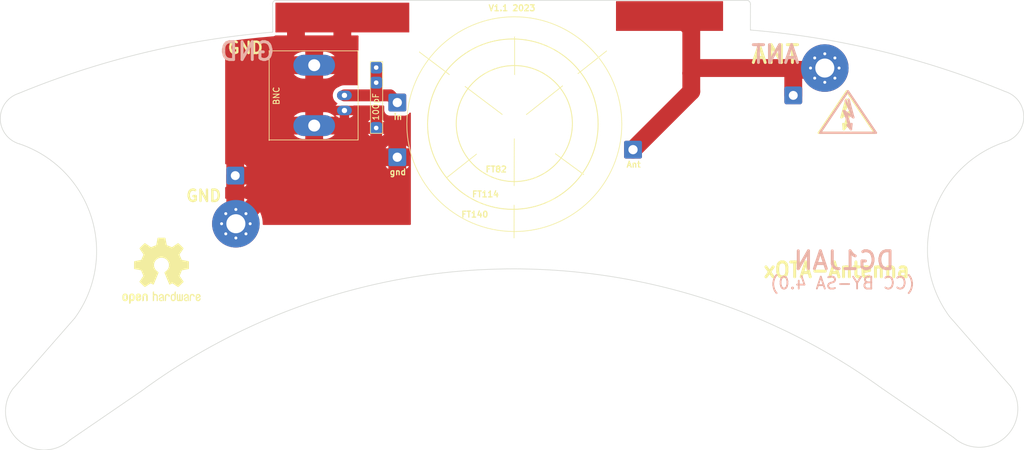
<source format=kicad_pcb>
(kicad_pcb (version 20211014) (generator pcbnew)
  (layers (0 "F.Cu" signal) (31 "B.Cu" signal) (34 "B.Paste" user) (35 "F.Paste" user) (36 "B.SilkS" user "B.Silkscreen") (37 "F.SilkS" user "F.Silkscreen") (38 "B.Mask" user) (39 "F.Mask" user) (44 "Edge.Cuts" user))
  (net 0 "")
  (net 1 "gnd")
  (footprint "MountingHole:MountingHole_2.7mm" (layer "F.Cu") (at 50.03799 61.567782)
    (fp_text reference "REF**" hide)
    (fp_text value "MountingHole_2.7mm" hide)
    (pad "" np_thru_hole circle (at 0 0) (size 2.7 2.7) (drill 2.7) (layers *.Cu *.Mask))
  )
  (footprint "" (layer "F.Cu") (at 156.13799 45.967782)
    (fp_text reference "" (at 0 0) (layer "F.SilkS") (effects (font (size 1.27 1.27))))
    (fp_text value "" (at 0 0) (layer "F.SilkS") (effects (font (size 1.27 1.27))))
    (pad "1" thru_hole roundrect (at 0 0 90) (size 3 3) (drill 1.5) (layers *.Cu *.Mask) (roundrect_rratio 0.125))
  )
  (footprint "Symbol:Symbol_HighVoltage_Type2_CopperTop_VerySmall" (layer "F.Cu") (at 165.13799 49.467782)
    (fp_text reference "REF**" hide)
    (fp_text value "Symbol_HighVoltage_Type2_CopperTop_VerySmall" hide)
    (fp_line (start -0.89916 0.20066) (end 0.40132 -2.60096) (layer "F.SilkS") (width 0.381))
    (fp_line (start -0.89916 0.20066) (end 0.29972 -0.59944) (layer "F.SilkS") (width 0.381))
    (fp_line (start -4.699 2.794) (end 0 -4.191) (layer "F.SilkS") (width 0.381))
    (fp_line (start -0.49784 2.19964) (end 0.70104 -0.89916) (layer "F.SilkS") (width 0.381))
    (fp_line (start -0.49784 2.19964) (end -0.59944 1.30048) (layer "F.SilkS") (width 0.381))
    (fp_line (start 4.699 2.794) (end -4.699 2.794) (layer "F.SilkS") (width 0.381))
    (fp_line (start -0.09906 -2.79908) (end -0.89916 0.20066) (layer "F.SilkS") (width 0.381))
    (fp_line (start 0.70104 -0.89916) (end 0.1016 -0.50038) (layer "F.SilkS") (width 0.381))
    (fp_line (start 0.29972 -0.59944) (end -0.49784 2.19964) (layer "F.SilkS") (width 0.381))
    (fp_line (start 0 -4.191) (end 4.699 2.794) (layer "F.SilkS") (width 0.381))
    (fp_line (start -0.49784 2.19964) (end 0.1016 1.50114) (layer "F.SilkS") (width 0.381))
  )
  (footprint "MountingHole:MountingHole_3.2mm_M3_Pad_Via" (layer "F.Cu") (at 62.43799 67.567782)
    (fp_text reference "REF**" hide)
    (fp_text value "MountingHole_3.2mm_M3_Pad_Via" hide)
    (pad "1" thru_hole circle (at 0 -2.4) (size 0.8 0.8) (drill 0.5) (layers *.Cu *.Mask))
    (pad "1" thru_hole circle (at -1.697056 -1.697056) (size 0.8 0.8) (drill 0.5) (layers *.Cu *.Mask))
    (pad "1" thru_hole circle (at -1.697056 1.697056) (size 0.8 0.8) (drill 0.5) (layers *.Cu *.Mask))
    (pad "1" thru_hole circle (at -2.4 0) (size 0.8 0.8) (drill 0.5) (layers *.Cu *.Mask))
    (pad "1" thru_hole circle (at 0 0) (size 8 8) (drill 3.2) (layers *.Cu *.Mask) (net 1 "gnd"))
    (pad "1" thru_hole circle (at 1.697056 1.697056) (size 0.8 0.8) (drill 0.5) (layers *.Cu *.Mask))
    (pad "1" thru_hole circle (at 0 2.4) (size 0.8 0.8) (drill 0.5) (layers *.Cu *.Mask))
    (pad "1" thru_hole circle (at 2.4 0) (size 0.8 0.8) (drill 0.5) (layers *.Cu *.Mask))
    (pad "1" thru_hole circle (at 1.697056 -1.697056) (size 0.8 0.8) (drill 0.5) (layers *.Cu *.Mask))
  )
  (footprint "MountingHole:MountingHole_4.5mm" (layer "F.Cu") (at 37.83799 92.567782)
    (fp_text reference "H5" hide)
    (fp_text value "MountingHole" hide)
    (pad "" np_thru_hole circle (at 0 0) (size 6 6) (drill 6) (layers F&B.Cu *.Mask))
  )
  (footprint "MountingHole:MountingHole_3.2mm_M3_Pad_Via" (layer "F.Cu") (at 161.43799 41.367782)
    (fp_text reference "REF**" hide)
    (fp_text value "MountingHole_3.2mm_M3_Pad_Via" hide)
    (pad "1" thru_hole circle (at -2.4 0) (size 0.8 0.8) (drill 0.5) (layers *.Cu *.Mask))
    (pad "1" thru_hole circle (at 1.697056 -1.697056) (size 0.8 0.8) (drill 0.5) (layers *.Cu *.Mask))
    (pad "1" thru_hole circle (at -1.697056 1.697056) (size 0.8 0.8) (drill 0.5) (layers *.Cu *.Mask))
    (pad "1" thru_hole circle (at 2.4 0) (size 0.8 0.8) (drill 0.5) (layers *.Cu *.Mask))
    (pad "1" thru_hole circle (at 1.697056 1.697056) (size 0.8 0.8) (drill 0.5) (layers *.Cu *.Mask))
    (pad "1" thru_hole circle (at 0 -2.4) (size 0.8 0.8) (drill 0.5) (layers *.Cu *.Mask))
    (pad "1" thru_hole circle (at -1.697056 -1.697056) (size 0.8 0.8) (drill 0.5) (layers *.Cu *.Mask))
    (pad "1" thru_hole circle (at 0 0) (size 8 8) (drill 3.2) (layers *.Cu *.Mask))
    (pad "1" thru_hole circle (at 0 2.4) (size 0.8 0.8) (drill 0.5) (layers *.Cu *.Mask))
  )
  (footprint "MountingHole:MountingHole_4.5mm" (layer "F.Cu") (at 30.43799 98.867782)
    (fp_text reference "H5" hide)
    (fp_text value "MountingHole" hide)
    (pad "" np_thru_hole circle (at 0 0) (size 6 6) (drill 6) (layers F&B.Cu *.Mask))
  )
  (footprint "MountingHole:MountingHole_2.7mm" (layer "F.Cu") (at 176.13799 64.567782)
    (fp_text reference "REF**" hide)
    (fp_text value "MountingHole_2.7mm" hide)
    (pad "" np_thru_hole circle (at 0 0) (size 2.7 2.7) (drill 2.7) (layers *.Cu *.Mask))
  )
  (footprint "MountingHole:MountingHole_4.5mm" (layer "F.Cu") (at 179.73799 92.167782)
    (fp_text reference "H5" hide)
    (fp_text value "MountingHole" hide)
    (pad "" np_thru_hole circle (at 0 0) (size 6 6) (drill 6) (layers F&B.Cu *.Mask))
  )
  (footprint "" (layer "F.Cu") (at 129.2 55.1)
    (fp_text reference "" (at 0 0) (layer "F.SilkS") (effects (font (size 1.27 1.27))))
    (fp_text value "" (at 0 0) (layer "F.SilkS") (effects (font (size 1.27 1.27))))
    (pad "5" thru_hole roundrect (at 0 0) (size 3 3) (drill 1.55) (layers *.Cu *.Mask) (roundrect_rratio 0.09803882353))
  )
  (footprint "" (layer "F.Cu") (at 109.234 44.126)
    (fp_text reference "" (at 0 0) (layer "F.SilkS") (effects (font (size 1.27 1.27))))
    (fp_text value "" (at 0 0) (layer "F.SilkS") (effects (font (size 1.27 1.27))))
    (pad "" np_thru_hole circle (at 0 0) (size 3.2 3.2) (drill 3.2) (layers *.Cu *.Mask))
  )
  (footprint "" (layer "F.Cu") (at 126 37.4)
    (fp_text reference "" (at 0 0) (layer "F.SilkS") (effects (font (size 1.27 1.27))))
    (fp_text value "" (at 0 0) (layer "F.SilkS") (effects (font (size 1.27 1.27))))
    (pad "" np_thru_hole circle (at 0 0) (size 3.2 3.2) (drill 3.2) (layers *.Cu *.Mask))
  )
  (footprint "" (layer "F.Cu") (at 109.2 62.8)
    (fp_text reference "" (at 0 0) (layer "F.SilkS") (effects (font (size 1.27 1.27))))
    (fp_text value "" (at 0 0) (layer "F.SilkS") (effects (font (size 1.27 1.27))))
    (pad "" np_thru_hole circle (at 0 0) (size 3.2 3.2) (drill 3.2) (layers *.Cu *.Mask))
  )
  (footprint "" (layer "F.Cu") (at 96.534 60.89)
    (fp_text reference "" (at 0 0) (layer "F.SilkS") (effects (font (size 1.27 1.27))))
    (fp_text value "" (at 0 0) (layer "F.SilkS") (effects (font (size 1.27 1.27))))
    (pad "" np_thru_hole circle (at 0 0) (size 3.2 3.2) (drill 3.2) (layers *.Cu *.Mask))
  )
  (footprint "MountingHole:MountingHole_4.5mm" (layer "F.Cu") (at 47.63799 43.567782)
    (fp_text reference "H5" hide)
    (fp_text value "MountingHole" hide)
    (pad "" np_thru_hole circle (at 0 0) (size 6 6) (drill 6) (layers F&B.Cu *.Mask))
  )
  (footprint "MountingHole:MountingHole_4.5mm" (layer "F.Cu") (at 189.03799 49.467782)
    (fp_text reference "H5" hide)
    (fp_text value "MountingHole" hide)
    (pad "" np_thru_hole circle (at 0 0) (size 6 6) (drill 6) (layers F&B.Cu *.Mask))
  )
  (footprint "MountingHole:MountingHole_2.7mm" (layer "F.Cu") (at 167.23799 61.567782)
    (fp_text reference "REF**" hide)
    (fp_text value "MountingHole_2.7mm" hide)
    (pad "" np_thru_hole circle (at 0 0) (size 2.7 2.7) (drill 2.7) (layers *.Cu *.Mask))
  )
  (footprint "" (layer "F.Cu") (at 80.33799 32.867782)
    (fp_text reference "" (at 0 0) (layer "F.SilkS") (effects (font (size 1.27 1.27))))
    (fp_text value "" (at 0 0) (layer "F.SilkS") (effects (font (size 1.27 1.27))))
    (pad "1" smd rect (at 0 0 180) (size 22.5 5) (layers "F.Cu" "F.Mask") (net 1 "gnd"))
  )
  (footprint "MountingHole:MountingHole_4.5mm" (layer "F.Cu") (at 29.13799 49.767782)
    (fp_text reference "H5" hide)
    (fp_text value "MountingHole" hide)
    (pad "" np_thru_hole circle (at 0 0) (size 6 6) (drill 6) (layers F&B.Cu *.Mask))
  )
  (footprint "MountingHole:MountingHole_4.5mm" (layer "F.Cu") (at 187.23799 98.567782)
    (fp_text reference "H5" hide)
    (fp_text value "MountingHole" hide)
    (pad "" np_thru_hole circle (at 0 0) (size 6 6) (drill 6) (layers F&B.Cu *.Mask))
  )
  (footprint "" (layer "F.Cu") (at 122.3 60.2)
    (fp_text reference "" (at 0 0) (layer "F.SilkS") (effects (font (size 1.27 1.27))))
    (fp_text value "" (at 0 0) (layer "F.SilkS") (effects (font (size 1.27 1.27))))
    (pad "" np_thru_hole circle (at 0 0) (size 3.2 3.2) (drill 3.2) (layers *.Cu *.Mask))
  )
  (footprint "" (layer "F.Cu") (at 104.154 54.794)
    (fp_text reference "" (at 0 0) (layer "F.SilkS") (effects (font (size 1.27 1.27))))
    (fp_text value "" (at 0 0) (layer "F.SilkS") (effects (font (size 1.27 1.27))))
    (pad "" np_thru_hole circle (at 0 0) (size 3.2 3.2) (drill 3.2) (layers *.Cu *.Mask))
  )
  (footprint "MountingHole:MountingHole_4.5mm" (layer "F.Cu") (at 56.93799 41.567782)
    (fp_text reference "H5" hide)
    (fp_text value "MountingHole" hide)
    (pad "" np_thru_hole circle (at 0 0) (size 6 6) (drill 6) (layers F&B.Cu *.Mask))
  )
  (footprint "" (layer "F.Cu") (at 109.2 71.6)
    (fp_text reference "" (at 0 0) (layer "F.SilkS") (effects (font (size 1.27 1.27))))
    (fp_text value "" (at 0 0) (layer "F.SilkS") (effects (font (size 1.27 1.27))))
    (pad "" np_thru_hole circle (at 0 0) (size 3.2 3.2) (drill 3.2) (layers *.Cu *.Mask))
  )
  (footprint "MountingHole:MountingHole_2.7mm" (layer "F.Cu") (at 41.23799 64.467782)
    (fp_text reference "REF**" hide)
    (fp_text value "MountingHole_2.7mm" hide)
    (pad "" np_thru_hole circle (at 0 0) (size 2.7 2.7) (drill 2.7) (layers *.Cu *.Mask))
  )
  (footprint "" (layer "F.Cu") (at 109.234 34.474)
    (fp_text reference "" (at 0 0) (layer "F.SilkS") (effects (font (size 1.27 1.27))))
    (fp_text value "" (at 0 0) (layer "F.SilkS") (effects (font (size 1.27 1.27))))
    (pad "" np_thru_hole circle (at 0 0) (size 3.2 3.2) (drill 3.2) (layers *.Cu *.Mask))
  )
  (footprint "" (layer "F.Cu") (at 62.33799 59.467782)
    (fp_text reference "" (at 0 0) (layer "F.SilkS") (effects (font (size 1.27 1.27))))
    (fp_text value "" (at 0 0) (layer "F.SilkS") (effects (font (size 1.27 1.27))))
    (pad "1" thru_hole roundrect (at 0 0 90) (size 3 3) (drill 1.5) (layers *.Cu *.Mask) (roundrect_rratio 0.125) (net 1 "gnd"))
  )
  (footprint "" (layer "F.Cu") (at 99.7 43.4)
    (fp_text reference "" (at 0 0) (layer "F.SilkS") (effects (font (size 1.27 1.27))))
    (fp_text value "" (at 0 0) (layer "F.SilkS") (effects (font (size 1.27 1.27))))
    (pad "" np_thru_hole circle (at 0 0) (size 3.2 3.2) (drill 3.2) (layers *.Cu *.Mask))
  )
  (footprint "" (layer "F.Cu") (at 109.234 50.73)
    (fp_text reference "" (at 0 0) (layer "F.SilkS") (effects (font (size 1.27 1.27))))
    (fp_text value "" (at 0 0) (layer "F.SilkS") (effects (font (size 1.27 1.27))))
    (pad "" np_thru_hole circle (at 0 0) (size 5 5) (drill 5) (layers F&B.Cu *.Mask))
  )
  (footprint "" (layer "F.Cu") (at 92 37.6)
    (fp_text reference "" (at 0 0) (layer "F.SilkS") (effects (font (size 1.27 1.27))))
    (fp_text value "" (at 0 0) (layer "F.SilkS") (effects (font (size 1.27 1.27))))
    (pad "" np_thru_hole circle (at 0 0) (size 3.2 3.2) (drill 3.2) (layers *.Cu *.Mask))
  )
  (footprint "Connector_Coaxial:BNC_Amphenol_B6252HB-NPP3G-50_Horizontal" (layer "F.Cu") (at 80.68799 45.967782 90)
    (fp_text reference "REF**" hide)
    (fp_text value "BNC_Amphenol_B6252HB-NPP3G-50_Horizontal" hide)
    (fp_line (start -7.5 2.3) (end -7.5 -12.7) (layer "F.SilkS") (width 0.12))
    (fp_line (start 7.5 -12.7) (end 7.5 2.3) (layer "F.SilkS") (width 0.12))
    (fp_line (start 7.5 2.3) (end -7.5 2.3) (layer "F.SilkS") (width 0.12))
    (pad "1" thru_hole oval (at 0 0 90) (size 1.6 2.5) (drill 0.89) (layers *.Cu *.Mask))
    (pad "2" thru_hole oval (at -2.54 0 90) (size 1.6 2.5) (drill 0.89) (layers *.Cu *.Mask) (net 1 "gnd"))
    (pad "2" thru_hole oval (at -5.08 -5.08 90) (size 3.5 7) (drill 2.01) (layers *.Cu *.Mask) (net 1 "gnd"))
    (pad "2" thru_hole oval (at 5.08 -5.08 90) (size 3.5 7) (drill 2.01) (layers *.Cu *.Mask) (net 1 "gnd"))
  )
  (footprint "UniBalunLibrary:THT_cap" (layer "F.Cu") (at 86.0265 46.368 -90)
    (fp_text reference "100pF" (at 1.524 0.0508 -270 unlocked) (layer "F.SilkS"))
    (fp_text value "100pF" hide)
    (fp_rect (start -6.096 -1.0922) (end 5.9944 0.9652) (layer "F.SilkS") (width 0.12) (fill none))
    (pad "1" thru_hole roundrect (at -2.54 0 270) (size 2 2) (drill 0.762) (layers *.Cu *.Mask))
    (pad "1" thru_hole roundrect (at -5.08 0 270) (size 2 2) (drill 0.762) (layers *.Cu *.Mask))
    (pad "2" thru_hole roundrect (at 5.08 0 270) (size 2 2) (drill 0.762) (layers *.Cu *.Mask) (net 1 "gnd"))
  )
  (footprint "MountingHole:MountingHole_4.5mm" (layer "F.Cu") (at 170.53799 43.367782)
    (fp_text reference "H5" hide)
    (fp_text value "MountingHole" hide)
    (pad "" np_thru_hole circle (at 0 0) (size 6 6) (drill 6) (layers F&B.Cu *.Mask))
  )
  (footprint "MountingHole:MountingHole_4.5mm" (layer "F.Cu") (at 38.33799 46.267782)
    (fp_text reference "H5" hide)
    (fp_text value "MountingHole" hide)
    (pad "" np_thru_hole circle (at 0 0) (size 6 6) (drill 6) (layers F&B.Cu *.Mask))
  )
  (footprint "Symbol:OSHW-Logo2_14.6x12mm_SilkScreen" (layer "F.Cu") (at 49.93799 75.467782)
    (fp_text reference "REF**" hide)
    (fp_text value "OSHW-Logo2_14.6x12mm_SilkScreen" hide)
    (fp_poly (pts (xy -2.582571 3.877719) (xy -2.488877 3.931914) (xy -2.423736 3.985707) (xy -2.376093 4.042066) (xy -2.343272 4.110987) (xy -2.322594 4.202468) (xy -2.31138 4.326506) (xy -2.306951 4.493098) (xy -2.306437 4.612851) (xy -2.306437 5.053659) (xy -2.430517 5.109283) (xy -2.554598 5.164907) (xy -2.569195 4.682095) (xy -2.575227 4.501779) (xy -2.581555 4.370901) (xy -2.589394 4.280511) (xy -2.599963 4.221664) (xy -2.614477 4.185413) (xy -2.634152 4.16281) (xy -2.640465 4.157917) (xy -2.736112 4.119706) (xy -2.832793 4.134827) (xy -2.890345 4.174943) (xy -2.913755 4.20337) (xy -2.929961 4.240672) (xy -2.940259 4.297223) (xy -2.945951 4.383394) (xy -2.948336 4.509558) (xy -2.948736 4.641042) (xy -2.948814 4.805999) (xy -2.951639 4.922761) (xy -2.961093 5.00151) (xy -2.98106 5.052431) (xy -3.015424 5.085706) (xy -3.068068 5.11152) (xy -3.138383 5.138344) (xy -3.21518 5.167542) (xy -3.206038 4.649346) (xy -3.202357 4.462539) (xy -3.19805 4.32449) (xy -3.191877 4.225568) (xy -3.182598 4.156145) (xy -3.168973 4.10659) (xy -3.149761 4.067273) (xy -3.126598 4.032584) (xy -3.014848 3.92177) (xy -2.878487 3.857689) (xy -2.730175 3.842339) (xy -2.582571 3.877719)) (layer "F.SilkS") (width 0.01) (fill solid))
    (fp_poly (pts (xy -1.255402 3.723857) (xy -1.246846 3.843188) (xy -1.237019 3.913506) (xy -1.223401 3.944179) (xy -1.203473 3.944571) (xy -1.197011 3.94091) (xy -1.11106 3.914398) (xy -0.999255 3.915946) (xy -0.885586 3.943199) (xy -0.81449 3.978455) (xy -0.741595 4.034778) (xy -0.688307 4.098519) (xy -0.651725 4.17951) (xy -0.62895 4.287586) (xy -0.617081 4.43258) (xy -0.613218 4.624326) (xy -0.613149 4.661109) (xy -0.613103 5.074288) (xy -0.705046 5.106339) (xy -0.770348 5.128144) (xy -0.806176 5.138297) (xy -0.80723 5.138391) (xy -0.810758 5.11086) (xy -0.813761 5.034923) (xy -0.81601 4.920565) (xy -0.817276 4.777769) (xy -0.817471 4.690951) (xy -0.817877 4.519773) (xy -0.819968 4.397088) (xy -0.825053 4.313) (xy -0.83444 4.257614) (xy -0.849439 4.221032) (xy -0.871358 4.193359) (xy -0.885043 4.180032) (xy -0.979051 4.126328) (xy -1.081636 4.122307) (xy -1.17471 4.167725) (xy -1.191922 4.184123) (xy -1.217168 4.214957) (xy -1.23468 4.251531) (xy -1.245858 4.304415) (xy -1.252104 4.384177) (xy -1.254818 4.501385) (xy -1.255402 4.662991) (xy -1.255402 5.074288) (xy -1.347345 5.106339) (xy -1.412647 5.128144) (xy -1.448475 5.138297) (xy -1.449529 5.138391) (xy -1.452225 5.110448) (xy -1.454655 5.03163) (xy -1.456722 4.909453) (xy -1.458329 4.751432) (xy -1.459377 4.565083) (xy -1.459769 4.35792) (xy -1.45977 4.348706) (xy -1.45977 3.55902) (xy -1.364885 3.518997) (xy -1.27 3.478973) (xy -1.255402 3.723857)) (layer "F.SilkS") (width 0.01) (fill solid))
    (fp_poly (pts (xy 4.314406 3.935156) (xy 4.398469 3.973393) (xy 4.46445 4.019726) (xy 4.512794 4.071532) (xy 4.546172 4.138363) (xy 4.567253 4.229769) (xy 4.578707 4.355301) (xy 4.583203 4.524508) (xy 4.583678 4.635933) (xy 4.583678 5.070627) (xy 4.509316 5.104509) (xy 4.450746 5.129272) (xy 4.42173 5.138391) (xy 4.416179 5.111257) (xy 4.411775 5.038094) (xy 4.409078 4.931263) (xy 4.408506 4.846437) (xy 4.406046 4.723887) (xy 4.399412 4.626668) (xy 4.389726 4.567134) (xy 4.382032 4.554483) (xy 4.330311 4.567402) (xy 4.249117 4.600539) (xy 4.155102 4.645461) (xy 4.064917 4.693735) (xy 3.995215 4.736928) (xy 3.962648 4.766608) (xy 3.962519 4.766929) (xy 3.96532 4.821857) (xy 3.990439 4.874292) (xy 4.034541 4.916881) (xy 4.098909 4.931126) (xy 4.153921 4.929466) (xy 4.231835 4.928245) (xy 4.272732 4.946498) (xy 4.297295 4.994726) (xy 4.300392 5.00382) (xy 4.31104 5.072598) (xy 4.282565 5.11436) (xy 4.208344 5.134263) (xy 4.128168 5.137944) (xy 3.98389 5.110658) (xy 3.909203 5.07169) (xy 3.816963 4.980148) (xy 3.768043 4.867782) (xy 3.763654 4.749051) (xy 3.805001 4.638411) (xy 3.867197 4.56908) (xy 3.929294 4.530265) (xy 4.026895 4.481125) (xy 4.140632 4.431292) (xy 4.15959 4.423677) (xy 4.284521 4.368545) (xy 4.356539 4.319954) (xy 4.3797 4.271647) (xy 4.358064 4.21737) (xy 4.32092 4.174943) (xy 4.233127 4.122702) (xy 4.13653 4.118784) (xy 4.047944 4.159041) (xy 3.984186 4.239326) (xy 3.975817 4.26004) (xy 3.927096 4.336225) (xy 3.855965 4.392785) (xy 3.766207 4.439201) (xy 3.766207 4.307584) (xy 3.77149 4.227168) (xy 3.794142 4.163786) (xy 3.844367 4.096163) (xy 3.892582 4.044076) (xy 3.967554 3.970322) (xy 4.025806 3.930702) (xy 4.088372 3.91481) (xy 4.159193 3.912184) (xy 4.314406 3.935156)) (layer "F.SilkS") (width 0.01) (fill solid))
    (fp_poly (pts (xy 5.33569 3.940018) (xy 5.370585 3.955269) (xy 5.453877 4.021235) (xy 5.525103 4.116618) (xy 5.569153 4.218406) (xy 5.576322 4.268587) (xy 5.552285 4.338647) (xy 5.499561 4.375717) (xy 5.443031 4.398164) (xy 5.417146 4.4023) (xy 5.404542 4.372283) (xy 5.379654 4.306961) (xy 5.368735 4.277445) (xy 5.307508 4.175348) (xy 5.218861 4.124423) (xy 5.105193 4.125989) (xy 5.096774 4.127994) (xy 5.036088 4.156767) (xy 4.991474 4.212859) (xy 4.961002 4.303163) (xy 4.942744 4.434571) (xy 4.934771 4.613974) (xy 4.934023 4.709433) (xy 4.933652 4.859913) (xy 4.931223 4.962495) (xy 4.92476 5.027672) (xy 4.912288 5.065938) (xy 4.891833 5.087785) (xy 4.861419 5.103707) (xy 4.859661 5.104509) (xy 4.801091 5.129272) (xy 4.772075 5.138391) (xy 4.767616 5.110822) (xy 4.763799 5.03462) (xy 4.760899 4.919541) (xy 4.759191 4.775341) (xy 4.758851 4.669814) (xy 4.760588 4.465613) (xy 4.767382 4.310697) (xy 4.781607 4.196024) (xy 4.805638 4.112551) (xy 4.841848 4.051236) (xy 4.892612 4.003034) (xy 4.942739 3.969393) (xy 5.063275 3.924619) (xy 5.203557 3.914521) (xy 5.33569 3.940018)) (layer "F.SilkS") (width 0.01) (fill solid))
    (fp_poly (pts (xy 2.393914 4.154455) (xy 2.393543 4.372661) (xy 2.392108 4.540519) (xy 2.389002 4.66607) (xy 2.383622 4.757355) (xy 2.375362 4.822415) (xy 2.363616 4.869291) (xy 2.347781 4.906024) (xy 2.33579 4.926991) (xy 2.23649 5.040694) (xy 2.110588 5.111965) (xy 1.971291 5.137538) (xy 1.831805 5.11415) (xy 1.748743 5.072119) (xy 1.661545 4.999411) (xy 1.602117 4.910612) (xy 1.566261 4.79432) (xy 1.549781 4.639135) (xy 1.547447 4.525287) (xy 1.547761 4.517106) (xy 1.751724 4.517106) (xy 1.75297 4.647657) (xy 1.758678 4.73408) (xy 1.771804 4.790618) (xy 1.795306 4.831514) (xy 1.823386 4.862362) (xy 1.917688 4.921905) (xy 2.01894 4.926992) (xy 2.114636 4.877279) (xy 2.122084 4.870543) (xy 2.153874 4.835502) (xy 2.173808 4.793811) (xy 2.1846 4.731762) (xy 2.188965 4.635644) (xy 2.189655 4.529379) (xy 2.188159 4.39588) (xy 2.181964 4.306822) (xy 2.168514 4.248293) (xy 2.145251 4.206382) (xy 2.126175 4.184123) (xy 2.037563 4.127985) (xy 1.935508 4.121235) (xy 1.838095 4.164114) (xy 1.819296 4.180032) (xy 1.787293 4.215382) (xy 1.767318 4.257502) (xy 1.756593 4.320251) (xy 1.752339 4.417487) (xy 1.751724 4.517106) (xy 1.547761 4.517106) (xy 1.554504 4.341947) (xy 1.578472 4.204195) (xy 1.623548 4.100632) (xy 1.693928 4.019856) (xy 1.748743 3.978455) (xy 1.848376 3.933728) (xy 1.963855 3.912967) (xy 2.071199 3.918525) (xy 2.131264 3.940943) (xy 2.154835 3.947323) (xy 2.170477 3.923535) (xy 2.181395 3.859788) (xy 2.189655 3.762687) (xy 2.198699 3.654541) (xy 2.211261 3.589475) (xy 2.234119 3.552268) (xy 2.274051 3.527699) (xy 2.299138 3.516819) (xy 2.394023 3.477072) (xy 2.393914 4.154455)) (layer "F.SilkS") (width 0.01) (fill solid))
    (fp_poly (pts (xy 6.343439 3.95654) (xy 6.45895 4.032034) (xy 6.514664 4.099617) (xy 6.558804 4.222255) (xy 6.562309 4.319298) (xy 6.554368 4.449056) (xy 6.255115 4.580039) (xy 6.109611 4.646958) (xy 6.014537 4.70079) (xy 5.965101 4.747416) (xy 5.956511 4.79272) (xy 5.983972 4.842582) (xy 6.014253 4.875632) (xy 6.102363 4.928633) (xy 6.198196 4.932347) (xy 6.286212 4.891041) (xy 6.350869 4.808983) (xy 6.362433 4.780008) (xy 6.417825 4.689509) (xy 6.481553 4.65094) (xy 6.568966 4.617946) (xy 6.568966 4.743034) (xy 6.561238 4.828156) (xy 6.530966 4.899938) (xy 6.467518 4.982356) (xy 6.458088 4.993066) (xy 6.387513 5.066391) (xy 6.326847 5.105742) (xy 6.25095 5.123845) (xy 6.18803 5.129774) (xy 6.075487 5.131251) (xy 5.99537 5.112535) (xy 5.94539 5.084747) (xy 5.866838 5.023641) (xy 5.812463 4.957554) (xy 5.778052 4.874441) (xy 5.759388 4.762254) (xy 5.752256 4.608946) (xy 5.751687 4.531136) (xy 5.753622 4.437853) (xy 5.929899 4.437853) (xy 5.931944 4.487896) (xy 5.937039 4.496092) (xy 5.970666 4.484958) (xy 6.04303 4.455493) (xy 6.139747 4.413601) (xy 6.159973 4.404597) (xy 6.282203 4.342442) (xy 6.349547 4.287815) (xy 6.364348 4.236649) (xy 6.328947 4.184876) (xy 6.299711 4.162) (xy 6.194216 4.11625) (xy 6.095476 4.123808) (xy 6.012812 4.179651) (xy 5.955548 4.278753) (xy 5.937188 4.357414) (xy 5.929899 4.437853) (xy 5.753622 4.437853) (xy 5.755459 4.349351) (xy 5.769359 4.214853) (xy 5.796894 4.116916) (xy 5.841572 4.044811) (xy 5.906901 3.987813) (xy 5.935383 3.969393) (xy 6.064763 3.921422) (xy 6.206412 3.918403) (xy 6.343439 3.95654)) (layer "F.SilkS") (width 0.01) (fill solid))
    (fp_poly (pts (xy 3.580124 3.93984) (xy 3.584579 4.016653) (xy 3.588071 4.133391) (xy 3.590315 4.280821) (xy 3.591035 4.435455) (xy 3.591035 4.958727) (xy 3.498645 5.051117) (xy 3.434978 5.108047) (xy 3.379089 5.131107) (xy 3.302702 5.129647) (xy 3.27238 5.125934) (xy 3.17761 5.115126) (xy 3.099222 5.108933) (xy 3.080115 5.108361) (xy 3.015699 5.112102) (xy 2.923571 5.121494) (xy 2.88785 5.125934) (xy 2.800114 5.132801) (xy 2.741153 5.117885) (xy 2.68269 5.071835) (xy 2.661585 5.051117) (xy 2.569195 4.958727) (xy 2.569195 3.979947) (xy 2.643558 3.946066) (xy 2.70759 3.92097) (xy 2.745052 3.912184) (xy 2.754657 3.93995) (xy 2.763635 4.01753) (xy 2.771386 4.136348) (xy 2.777314 4.287828) (xy 2.780173 4.415805) (xy 2.788161 4.919425) (xy 2.857848 4.929278) (xy 2.921229 4.922389) (xy 2.952286 4.900083) (xy 2.960967 4.858379) (xy 2.968378 4.769544) (xy 2.973931 4.644834) (xy 2.977036 4.495507) (xy 2.977484 4.418661) (xy 2.977931 3.976287) (xy 3.069874 3.944235) (xy 3.134949 3.922443) (xy 3.170347 3.912281) (xy 3.171368 3.912184) (xy 3.17492 3.939809) (xy 3.178823 4.016411) (xy 3.182751 4.132579) (xy 3.186376 4.278904) (xy 3.188908 4.415805) (xy 3.196897 4.919425) (xy 3.372069 4.919425) (xy 3.380107 4.459965) (xy 3.388146 4.000505) (xy 3.473543 3.956344) (xy 3.536593 3.926019) (xy 3.57391 3.912258) (xy 3.574987 3.912184) (xy 3.580124 3.93984)) (layer "F.SilkS") (width 0.01) (fill solid))
    (fp_poly (pts (xy -3.684448 3.884676) (xy -3.569342 3.962111) (xy -3.480389 4.073949) (xy -3.427251 4.216265) (xy -3.416503 4.321015) (xy -3.417724 4.364726) (xy -3.427944 4.398194) (xy -3.456039 4.428179) (xy -3.510884 4.46144) (xy -3.601355 4.504738) (xy -3.736328 4.564833) (xy -3.737011 4.565134) (xy -3.861249 4.622037) (xy -3.963127 4.672565) (xy -4.032233 4.71128) (xy -4.058154 4.73274) (xy -4.058161 4.732913) (xy -4.035315 4.779644) (xy -3.981891 4.831154) (xy -3.920558 4.868261) (xy -3.889485 4.875632) (xy -3.804711 4.850138) (xy -3.731707 4.786291) (xy -3.696087 4.716094) (xy -3.66182 4.664343) (xy -3.594697 4.605409) (xy -3.515792 4.554496) (xy -3.446179 4.526809) (xy -3.431623 4.525287) (xy -3.415237 4.550321) (xy -3.41425 4.614311) (xy -3.426292 4.700593) (xy -3.448993 4.792501) (xy -3.479986 4.873369) (xy -3.481552 4.876509) (xy -3.574819 5.006734) (xy -3.695696 5.095311) (xy -3.832973 5.138786) (xy -3.97544 5.133706) (xy -4.111888 5.076616) (xy -4.117955 5.072602) (xy -4.22529 4.975326) (xy -4.295868 4.848409) (xy -4.334926 4.681526) (xy -4.340168 4.634639) (xy -4.349452 4.413329) (xy -4.338322 4.310124) (xy -4.058161 4.310124) (xy -4.054521 4.374503) (xy -4.034611 4.393291) (xy -3.984974 4.379235) (xy -3.906733 4.346009) (xy -3.819274 4.304359) (xy -3.817101 4.303256) (xy -3.74297 4.264265) (xy -3.713219 4.238244) (xy -3.720555 4.210965) (xy -3.751447 4.175121) (xy -3.83004 4.123251) (xy -3.914677 4.119439) (xy -3.990597 4.157189) (xy -4.043035 4.230001) (xy -4.058161 4.310124) (xy -4.338322 4.310124) (xy -4.330356 4.236261) (xy -4.281366 4.095829) (xy -4.213164 3.997447) (xy -4.090065 3.89803) (xy -3.954472 3.848711) (xy -3.816045 3.845568) (xy -3.684448 3.884676)) (layer "F.SilkS") (width 0.01) (fill solid))
    (fp_poly (pts (xy 1.065943 3.92192) (xy 1.198565 3.970859) (xy 1.30601 4.057419) (xy 1.348032 4.118352) (xy 1.393843 4.230161) (xy 1.392891 4.311006) (xy 1.344808 4.365378) (xy 1.327017 4.374624) (xy 1.250204 4.40345) (xy 1.210976 4.396065) (xy 1.197689 4.347658) (xy 1.197012 4.32092) (xy 1.172686 4.222548) (xy 1.109281 4.153734) (xy 1.021154 4.120498) (xy 0.922663 4.128861) (xy 0.842602 4.172296) (xy 0.815561 4.197072) (xy 0.796394 4.227129) (xy 0.783446 4.272565) (xy 0.775064 4.343476) (xy 0.769593 4.44996) (xy 0.765378 4.602112) (xy 0.764287 4.650287) (xy 0.760307 4.815095) (xy 0.755781 4.931088) (xy 0.748995 5.007833) (xy 0.738231 5.054893) (xy 0.721773 5.081835) (xy 0.697906 5.098223) (xy 0.682626 5.105463) (xy 0.617733 5.13022) (xy 0.579534 5.138391) (xy 0.566912 5.111103) (xy 0.559208 5.028603) (xy 0.55638 4.889941) (xy 0.558386 4.694162) (xy 0.559011 4.663965) (xy 0.563421 4.485349) (xy 0.568635 4.354923) (xy 0.576055 4.262492) (xy 0.587082 4.197858) (xy 0.603117 4.150825) (xy 0.625561 4.111196) (xy 0.637302 4.094215) (xy 0.704619 4.01908) (xy 0.77991 3.960638) (xy 0.789128 3.955536) (xy 0.924133 3.91526) (xy 1.065943 3.92192)) (layer "F.SilkS") (width 0.01) (fill solid))
    (fp_poly (pts (xy 0.209014 -5.547002) (xy 0.367006 -5.546137) (xy 0.481347 -5.543795) (xy 0.559407 -5.539238) (xy 0.608554 -5.53173) (xy 0.636159 -5.520534) (xy 0.649592 -5.504912) (xy 0.656221 -5.484127) (xy 0.656865 -5.481437) (xy 0.666935 -5.432887) (xy 0.685575 -5.337095) (xy 0.710845 -5.204257) (xy 0.740807 -5.044569) (xy 0.773522 -4.868226) (xy 0.774664 -4.862033) (xy 0.807433 -4.689218) (xy 0.838093 -4.536531) (xy 0.864664 -4.413129) (xy 0.885167 -4.328169) (xy 0.897626 -4.29081) (xy 0.89822 -4.290148) (xy 0.934919 -4.271905) (xy 1.010586 -4.241503) (xy 1.108878 -4.205507) (xy 1.109425 -4.205315) (xy 1.233233 -4.158778) (xy 1.379196 -4.099496) (xy 1.516781 -4.039891) (xy 1.523293 -4.036944) (xy 1.74739 -3.935235) (xy 2.243619 -4.274103) (xy 2.395846 -4.377408) (xy 2.533741 -4.469763) (xy 2.649315 -4.545916) (xy 2.734579 -4.600615) (xy 2.781544 -4.628607) (xy 2.786004 -4.630683) (xy 2.820134 -4.62144) (xy 2.883881 -4.576844) (xy 2.979731 -4.494791) (xy 3.110169 -4.373179) (xy 3.243328 -4.243795) (xy 3.371694 -4.116298) (xy 3.486581 -3.999954) (xy 3.581073 -3.901948) (xy 3.648253 -3.829464) (xy 3.681206 -3.789687) (xy 3.682432 -3.787639) (xy 3.686074 -3.760344) (xy 3.67235 -3.715766) (xy 3.637869 -3.647888) (xy 3.579239 -3.550689) (xy 3.49307 -3.418149) (xy 3.3782 -3.247524) (xy 3.276254 -3.097345) (xy 3.185123 -2.96265) (xy 3.110073 -2.85126) (xy 3.056369 -2.770995) (xy 3.02928 -2.729675) (xy 3.027574 -2.72687) (xy 3.030882 -2.687279) (xy 3.055953 -2.610331) (xy 3.097798 -2.510568) (xy 3.112712 -2.478709) (xy 3.177786 -2.336774) (xy 3.247212 -2.175727) (xy 3.303609 -2.036379) (xy 3.344247 -1.932956) (xy 3.376526 -1.854358) (xy 3.395178 -1.81328) (xy 3.397497 -1.810115) (xy 3.431803 -1.804872) (xy 3.512669 -1.790506) (xy 3.629343 -1.769063) (xy 3.771075 -1.742587) (xy 3.92711 -1.713123) (xy 4.086698 -1.682717) (xy 4.239085 -1.653412) (xy 4.373521 -1.627255) (xy 4.479252 -1.60629) (xy 4.545526 -1.592561) (xy 4.561782 -1.58868) (xy 4.578573 -1.5791) (xy 4.591249 -1.557464) (xy 4.600378 -1.516469) (xy 4.606531 -1.448811) (xy 4.61028 -1.347188) (xy 4.612192 -1.204297) (xy 4.61284 -1.012835) (xy 4.612874 -0.934355) (xy 4.612874 -0.296094) (xy 4.459598 -0.26584) (xy 4.374322 -0.249436) (xy 4.24707 -0.225491) (xy 4.093315 -0.196893) (xy 3.928534 -0.166533) (xy 3.882989 -0.158194) (xy 3.730932 -0.12863) (xy 3.598468 -0.099558) (xy 3.496714 -0.073671) (xy 3.436788 -0.053663) (xy 3.426805 -0.047699) (xy 3.402293 -0.005466) (xy 3.367148 0.07637) (xy 3.328173 0.181683) (xy 3.320442 0.204368) (xy 3.26936 0.345018) (xy 3.205954 0.503714) (xy 3.143904 0.646225) (xy 3.143598 0.646886) (xy 3.040267 0.87044) (xy 3.719961 1.870232) (xy 3.283621 2.3073) (xy 3.151649 2.437381) (xy 3.031279 2.552048) (xy 2.929273 2.645181) (xy 2.852391 2.710658) (xy 2.807393 2.742357) (xy 2.800938 2.744368) (xy 2.76304 2.728529) (xy 2.685708 2.684496) (xy 2.577389 2.61749) (xy 2.446532 2.532734) (xy 2.305052 2.437816) (xy 2.161461 2.340998) (xy 2.033435 2.256751) (xy 1.929105 2.190258) (xy 1.8566 2.146702) (xy 1.824158 2.131264) (xy 1.784576 2.144328) (xy 1.709519 2.17875) (xy 1.614468 2.22738) (xy 1.604392 2.232785) (xy 1.476391 2.29698) (xy 1.388618 2.328463) (xy 1.334028 2.328798) (xy 1.305575 2.299548) (xy 1.30541 2.299138) (xy 1.291188 2.264498) (xy 1.257269 2.182269) (xy 1.206284 2.058814) (xy 1.140862 1.900498) (xy 1.063634 1.713686) (xy 0.977229 1.504742) (xy 0.893551 1.302446) (xy 0.801588 1.0792) (xy 0.71715 0.872392) (xy 0.642769 0.688362) (xy 0.580974 0.533451) (xy 0.534297 0.413996) (xy 0.505268 0.336339) (xy 0.496322 0.307356) (xy 0.518756 0.27411) (xy 0.577439 0.221123) (xy 0.655689 0.162704) (xy 0.878534 -0.022048) (xy 1.052718 -0.233818) (xy 1.176154 -0.468144) (xy 1.246754 -0.720566) (xy 1.262431 -0.986623) (xy 1.251036 -1.109425) (xy 1.18895 -1.364207) (xy 1.082023 -1.589199) (xy 0.936889 -1.782183) (xy 0.760178 -1.940939) (xy 0.558522 -2.06325) (xy 0.338554 -2.146895) (xy 0.106906 -2.189656) (xy -0.129791 -2.189313) (xy -0.364905 -2.143648) (xy -0.591804 -2.050441) (xy -0.803856 -1.907473) (xy -0.892364 -1.826617) (xy -1.062111 -1.618993) (xy -1.180301 -1.392105) (xy -1.247722 -1.152567) (xy -1.26516 -0.906993) (xy -1.233402 -0.661997) (xy -1.153235 -0.424192) (xy -1.025445 -0.200193) (xy -0.85082 0.003387) (xy -0.655688 0.162704) (xy -0.574409 0.223602) (xy -0.516991 0.276015) (xy -0.496322 0.307406) (xy -0.507144 0.341639) (xy -0.537923 0.423419) (xy -0.586126 0.546407) (xy -0.649222 0.704263) (xy -0.724678 0.890649) (xy -0.809962 1.099226) (xy -0.893781 1.302496) (xy -0.986255 1.525933) (xy -1.071911 1.732984) (xy -1.148118 1.917286) (xy -1.212247 2.072475) (xy -1.261668 2.192188) (xy -1.293752 2.270061) (xy -1.305641 2.299138) (xy -1.333726 2.328677) (xy -1.388051 2.328591) (xy -1.475605 2.297326) (xy -1.603381 2.233329) (xy -1.604392 2.232785) (xy -1.700598 2.183121) (xy -1.778369 2.146945) (xy -1.822223 2.131408) (xy -1.824158 2.131264) (xy -1.857171 2.147024) (xy -1.930054 2.19085) (xy -2.034678 2.257557) (xy -2.16291 2.341964) (xy -2.305052 2.437816) (xy -2.449767 2.534867) (xy -2.580196 2.61927) (xy -2.68789 2.685801) (xy -2.764402 2.729238) (xy -2.800938 2.744368) (xy -2.834582 2.724482) (xy -2.902224 2.668903) (xy -2.997107 2.583754) (xy -3.11247 2.475153) (xy -3.241555 2.349221) (xy -3.283771 2.307149) (xy -3.720261 1.869931) (xy -3.388023 1.38234) (xy -3.287054 1.232605) (xy -3.198438 1.09822) (xy -3.127146 0.986969) (xy -3.07815 0.906639) (xy -3.056422 0.865014) (xy -3.055785 0.862053) (xy -3.06724 0.822818) (xy -3.098051 0.743895) (xy -3.142884 0.638509) (xy -3.174353 0.567954) (xy -3.233192 0.432876) (xy -3.288604 0.296409) (xy -3.331564 0.181103) (xy -3.343234 0.145977) (xy -3.376389 0.052174) (xy -3.408799 -0.020306) (xy -3.426601 -0.047699) (xy -3.465886 -0.064464) (xy -3.551626 -0.08823) (xy -3.672697 -0.116303) (xy -3.817973 -0.145991) (xy -3.882988 -0.158194) (xy -4.048087 -0.188532) (xy -4.206448 -0.217907) (xy -4.342596 -0.243431) (xy -4.441057 -0.262215) (xy -4.459598 -0.26584) (xy -4.612873 -0.296094) (xy -4.612873 -0.934355) (xy -4.612529 -1.14423) (xy -4.611116 -1.30302) (xy -4.608064 -1.418027) (xy -4.602803 -1.496554) (xy -4.594763 -1.545904) (xy -4.583373 -1.573381) (xy -4.568063 -1.586287) (xy -4.561782 -1.58868) (xy -4.523896 -1.597167) (xy -4.440195 -1.6141) (xy -4.321433 -1.637434) (xy -4.178361 -1.665125) (xy -4.021732 -1.695127) (xy -3.862297 -1.725396) (xy -3.710809 -1.753885) (xy -3.578019 -1.778551) (xy -3.474681 -1.797349) (xy -3.411545 -1.808233) (xy -3.397497 -1.810115) (xy -3.38477 -1.835296) (xy -3.3566 -1.902378) (xy -3.318252 -1.998667) (xy -3.303609 -2.036379) (xy -3.244548 -2.182079) (xy -3.175 -2.343049) (xy -3.112712 -2.478709) (xy -3.066879 -2.582439) (xy -3.036387 -2.667674) (xy -3.026208 -2.719874) (xy -3.027831 -2.72687) (xy -3.049343 -2.759898) (xy -3.098465 -2.833357) (xy -3.169923 -2.939423) (xy -3.258445 -3.070274) (xy -3.358759 -3.218088) (xy -3.378594 -3.247266) (xy -3.494988 -3.420137) (xy -3.580548 -3.551774) (xy -3.638684 -3.648239) (xy -3.672808 -3.715592) (xy -3.686331 -3.759894) (xy -3.682664 -3.787206) (xy -3.68257 -3.78738) (xy -3.653707 -3.823254) (xy -3.589867 -3.892609) (xy -3.497969 -3.988255) (xy -3.384933 -4.103001) (xy -3.257679 -4.229659) (xy -3.243328 -4.243795) (xy -3.082957 -4.399097) (xy -2.959195 -4.51313) (xy -2.869555 -4.587998) (xy -2.811552 -4.625804) (xy -2.786004 -4.630683) (xy -2.748718 -4.609397) (xy -2.671343 -4.560227) (xy -2.561867 -4.488425) (xy -2.42828 -4.399245) (xy -2.27857 -4.297937) (xy -2.243618 -4.274103) (xy -1.74739 -3.935235) (xy -1.523293 -4.036944) (xy -1.387011 -4.096217) (xy -1.240724 -4.15583) (xy -1.114965 -4.20336) (xy -1.109425 -4.205315) (xy -1.011057 -4.241323) (xy -0.935229 -4.271771) (xy -0.898282 -4.290095) (xy -0.89822 -4.290148) (xy -0.886496 -4.323271) (xy -0.866568 -4.404733) (xy -0.840413 -4.525375) (xy -0.81001 -4.676041) (xy -0.777337 -4.847572) (xy -0.774664 -4.862033) (xy -0.74189 -5.038765) (xy -0.711802 -5.19919) (xy -0.686339 -5.333112) (xy -0.667441 -5.430337) (xy -0.657047 -5.480668) (xy -0.656865 -5.481437) (xy -0.650539 -5.502847) (xy -0.638239 -5.519012) (xy -0.612594 -5.530669) (xy -0.566235 -5.538555) (xy -0.491792 -5.543407) (xy -0.381895 -5.545961) (xy -0.229175 -5.546955) (xy -0.026262 -5.547126) (xy 0 -5.547126) (xy 0.209014 -5.547002)) (layer "F.SilkS") (width 0.01) (fill solid))
    (fp_poly (pts (xy -4.8281 3.861903) (xy -4.71655 3.917522) (xy -4.618092 4.019931) (xy -4.590977 4.057864) (xy -4.561438 4.1075) (xy -4.542272 4.161412) (xy -4.531307 4.233364) (xy -4.526371 4.337122) (xy -4.525287 4.474101) (xy -4.530182 4.661815) (xy -4.547196 4.802758) (xy -4.579823 4.907908) (xy -4.631558 4.988243) (xy -4.705896 5.054741) (xy -4.711358 5.058678) (xy -4.78462 5.098953) (xy -4.87284 5.11888) (xy -4.985038 5.123793) (xy -5.167433 5.123793) (xy -5.167509 5.300857) (xy -5.169207 5.39947) (xy -5.17955 5.457314) (xy -5.206578 5.492006) (xy -5.258332 5.521164) (xy -5.270761 5.527121) (xy -5.328923 5.555039) (xy -5.373956 5.572672) (xy -5.407441 5.574194) (xy -5.430962 5.553781) (xy -5.4461 5.505607) (xy -5.454437 5.423846) (xy -5.457556 5.302672) (xy -5.45704 5.13626) (xy -5.454471 4.918785) (xy -5.453668 4.853736) (xy -5.450778 4.629502) (xy -5.448188 4.482821) (xy -5.167586 4.482821) (xy -5.166009 4.607326) (xy -5.159 4.688787) (xy -5.143142 4.742515) (xy -5.115019 4.783823) (xy -5.095925 4.803971) (xy -5.017865 4.862921) (xy -4.948753 4.86772) (xy -4.87744 4.819038) (xy -4.875632 4.817241) (xy -4.846617 4.779618) (xy -4.828967 4.728484) (xy -4.820064 4.649738) (xy -4.817291 4.529276) (xy -4.817241 4.502588) (xy -4.823942 4.336583) (xy -4.845752 4.221505) (xy -4.885235 4.151254) (xy -4.944956 4.119729) (xy -4.979472 4.116552) (xy -5.061389 4.13146) (xy -5.117579 4.180548) (xy -5.151402 4.270362) (xy -5.16622 4.407445) (xy -5.167586 4.482821) (xy -5.448188 4.482821) (xy -5.447713 4.455952) (xy -5.443753 4.325382) (xy -5.438174 4.230087) (xy -5.430254 4.162364) (xy -5.419269 4.114507) (xy -5.404499 4.078813) (xy -5.385218 4.047578) (xy -5.376951 4.035824) (xy -5.267288 3.924797) (xy -5.128635 3.861847) (xy -4.968246 3.844297) (xy -4.8281 3.861903)) (layer "F.SilkS") (width 0.01) (fill solid))
    (fp_poly (pts (xy 0.079944 3.92436) (xy 0.194343 3.966842) (xy 0.195652 3.967658) (xy 0.266403 4.01973) (xy 0.318636 4.080584) (xy 0.355371 4.159887) (xy 0.379634 4.267309) (xy 0.394445 4.412517) (xy 0.402829 4.605179) (xy 0.403564 4.632628) (xy 0.41412 5.046521) (xy 0.325291 5.092456) (xy 0.261018 5.123498) (xy 0.22221 5.138206) (xy 0.220415 5.138391) (xy 0.2137 5.11125) (xy 0.208365 5.038041) (xy 0.205083 4.931081) (xy 0.204368 4.844469) (xy 0.204351 4.704162) (xy 0.197937 4.616051) (xy 0.17558 4.574025) (xy 0.127732 4.571975) (xy 0.044849 4.60379) (xy -0.080287 4.662272) (xy -0.172303 4.710845) (xy -0.219629 4.752986) (xy -0.233542 4.798916) (xy -0.233563 4.801189) (xy -0.210605 4.880311) (xy -0.14263 4.923055) (xy -0.038602 4.929246) (xy 0.03633 4.928172) (xy 0.075839 4.949753) (xy 0.100478 5.001591) (xy 0.114659 5.067632) (xy 0.094223 5.105104) (xy 0.086528 5.110467) (xy 0.014083 5.132006) (xy -0.087367 5.135055) (xy -0.191843 5.120778) (xy -0.265875 5.094688) (xy -0.368228 5.007785) (xy -0.426409 4.886816) (xy -0.437931 4.792308) (xy -0.429138 4.707062) (xy -0.39732 4.637476) (xy -0.334316 4.575672) (xy -0.231969 4.513772) (xy -0.082118 4.443897) (xy -0.072988 4.439948) (xy 0.061997 4.377588) (xy 0.145294 4.326446) (xy 0.180997 4.280488) (xy 0.173203 4.233683) (xy 0.126007 4.179998) (xy 0.111894 4.167644) (xy 0.017359 4.119741) (xy -0.080594 4.121758) (xy -0.165903 4.168724) (xy -0.222504 4.255669) (xy -0.227763 4.272734) (xy -0.278977 4.355504) (xy -0.343963 4.395372) (xy -0.437931 4.434882) (xy -0.437931 4.332658) (xy -0.409347 4.184072) (xy -0.324505 4.047784) (xy -0.280355 4.002191) (xy -0.179995 3.943674) (xy -0.052365 3.917184) (xy 0.079944 3.92436)) (layer "F.SilkS") (width 0.01) (fill solid))
    (fp_poly (pts (xy -5.951779 3.866015) (xy -5.814939 3.937968) (xy -5.713949 4.053766) (xy -5.678075 4.128213) (xy -5.650161 4.239992) (xy -5.635871 4.381227) (xy -5.634516 4.535371) (xy -5.645405 4.685879) (xy -5.667847 4.816205) (xy -5.70115 4.909803) (xy -5.711385 4.925922) (xy -5.832618 5.046249) (xy -5.976613 5.118317) (xy -6.132861 5.139408) (xy -6.290852 5.106802) (xy -6.33482 5.087253) (xy -6.420444 5.027012) (xy -6.495592 4.947135) (xy -6.502694 4.937004) (xy -6.531561 4.888181) (xy -6.550643 4.83599) (xy -6.561916 4.767285) (xy -6.567355 4.668918) (xy -6.568938 4.527744) (xy -6.568965 4.496092) (xy -6.568893 4.486019) (xy -6.277011 4.486019) (xy -6.275313 4.619256) (xy -6.268628 4.707674) (xy -6.254575 4.764785) (xy -6.230771 4.804102) (xy -6.218621 4.817241) (xy -6.148764 4.867172) (xy -6.080941 4.864895) (xy -6.012365 4.821584) (xy -5.971465 4.775346) (xy -5.947242 4.707857) (xy -5.933639 4.601433) (xy -5.932706 4.58902) (xy -5.930384 4.396147) (xy -5.95465 4.2529) (xy -6.005176 4.16016) (xy -6.081632 4.118807) (xy -6.108924 4.116552) (xy -6.180589 4.127893) (xy -6.22961 4.167184) (xy -6.259582 4.242326) (xy -6.274101 4.361222) (xy -6.277011 4.486019) (xy -6.568893 4.486019) (xy -6.567878 4.345659) (xy -6.563312 4.240549) (xy -6.553312 4.167714) (xy -6.535921 4.114108) (xy -6.509184 4.066681) (xy -6.503276 4.057864) (xy -6.403968 3.939007) (xy -6.295758 3.870008) (xy -6.164019 3.842619) (xy -6.119283 3.841281) (xy -5.951779 3.866015)) (layer "F.SilkS") (width 0.01) (fill solid))
  )
  (footprint "" (layer "F.Cu") (at 89.574 56.373)
    (fp_text reference "" (at 0 0) (layer "F.SilkS") (effects (font (size 1.27 1.27))))
    (fp_text value "" (at 0 0) (layer "F.SilkS") (effects (font (size 1.27 1.27))))
    (pad "5" thru_hole roundrect (at 0 0) (size 3 3) (drill 1.55) (layers *.Cu *.Mask) (roundrect_rratio 0.09803882353) (net 1 "gnd"))
  )
  (footprint "" (layer "F.Cu") (at 89.574 47.173)
    (fp_text reference "" (at 0 0) (layer "F.SilkS") (effects (font (size 1.27 1.27))))
    (fp_text value "" (at 0 0) (layer "F.SilkS") (effects (font (size 1.27 1.27))))
    (pad "1" thru_hole roundrect (at 0 0) (size 3 3) (drill 1.55) (layers *.Cu *.Mask) (roundrect_rratio 0.09803882353))
  )
  (footprint "" (layer "F.Cu") (at 118.7 43.4)
    (fp_text reference "" (at 0 0) (layer "F.SilkS") (effects (font (size 1.27 1.27))))
    (fp_text value "" (at 0 0) (layer "F.SilkS") (effects (font (size 1.27 1.27))))
    (pad "" np_thru_hole circle (at 0 0) (size 3.2 3.2) (drill 3.2) (layers *.Cu *.Mask))
  )
  (footprint "" (layer "F.Cu") (at 114.822 54.794)
    (fp_text reference "" (at 0 0) (layer "F.SilkS") (effects (font (size 1.27 1.27))))
    (fp_text value "" (at 0 0) (layer "F.SilkS") (effects (font (size 1.27 1.27))))
    (pad "" np_thru_hole circle (at 0 0) (size 3.2 3.2) (drill 3.2) (layers *.Cu *.Mask))
  )
  (footprint "MountingHole:MountingHole_4.5mm" (layer "F.Cu") (at 179.93799 46.167782)
    (fp_text reference "H5" hide)
    (fp_text value "MountingHole" hide)
    (pad "" np_thru_hole circle (at 0 0) (size 6 6) (drill 6) (layers F&B.Cu *.Mask))
  )
  (footprint "UniBalunLibrary:4mmJack" (layer "B.Cu") (at 135.59199 32.867782)
    (fp_text reference "J6" hide)
    (fp_text value "A_SMD_PAD" hide)
    (pad "1" smd rect (at -0.254 -0.254) (size 18 5) (layers "F.Cu" "F.Mask"))
  )
  (footprint "Symbol:Symbol_HighVoltage_Type2_CopperTop_VerySmall" (layer "B.Cu") (at 165.33799 49.467782 180)
    (fp_text reference "REF**" hide)
    (fp_text value "Symbol_HighVoltage_Type2_CopperTop_VerySmall" hide)
    (fp_line (start 4.699 -2.794) (end -4.699 -2.794) (layer "B.SilkS") (width 0.381))
    (fp_line (start -0.09906 2.79908) (end -0.89916 -0.20066) (layer "B.SilkS") (width 0.381))
    (fp_line (start -4.699 -2.794) (end 0 4.191) (layer "B.SilkS") (width 0.381))
    (fp_line (start 0.70104 0.89916) (end 0.1016 0.50038) (layer "B.SilkS") (width 0.381))
    (fp_line (start -0.49784 -2.19964) (end 0.70104 0.89916) (layer "B.SilkS") (width 0.381))
    (fp_line (start -0.49784 -2.19964) (end -0.59944 -1.30048) (layer "B.SilkS") (width 0.381))
    (fp_line (start -0.49784 -2.19964) (end 0.1016 -1.50114) (layer "B.SilkS") (width 0.381))
    (fp_line (start -0.89916 -0.20066) (end 0.29972 0.59944) (layer "B.SilkS") (width 0.381))
    (fp_line (start 0 4.191) (end 4.699 -2.794) (layer "B.SilkS") (width 0.381))
    (fp_line (start -0.89916 -0.20066) (end 0.40132 2.60096) (layer "B.SilkS") (width 0.381))
    (fp_line (start 0.29972 0.59944) (end -0.49784 -2.19964) (layer "B.SilkS") (width 0.381))
  )
  (gr_line (start 109.3 44.1) (end 109.3 34.5) (layer "F.SilkS") (width 0.12))
  (gr_circle (center 109 50.808) (end 123.331 51.080073) (layer "F.SilkS") (width 0.15) (fill none))
  (gr_line (start 68.03799 38.567782) (end 68.03799 53.567782) (layer "F.SilkS") (width 0.12))
  (gr_line (start 104.1 54.9) (end 96.5 60.9) (layer "F.SilkS") (width 0.12))
  (gr_line (start 109.246 50.808) (end 109.2 71.6) (layer "F.SilkS") (width 0.12))
  (gr_circle (center 109.246 50.708) (end 119.005 50.472073) (layer "F.SilkS") (width 0.15) (fill none))
  (gr_line (start 109.246 50.808) (end 126 37.5) (layer "F.SilkS") (width 0.12))
  (gr_line (start 114.8 54.8) (end 122.3 60.3) (layer "F.SilkS") (width 0.12))
  (gr_line (start 109.246 50.708) (end 92 37.7) (layer "F.SilkS") (width 0.12))
  (gr_circle (center 109.246 50.808) (end 122.246 63.358) (layer "F.SilkS") (width 0.12) (fill none))
  (gr_line (start 69.23799 29.967782) (end 148.23799 29.967782) (layer "Edge.Cuts") (width 0.1))
  (gr_arc (start 26.077459 54.135782) (mid 22.839303 49.941602) (end 25.927459 45.635782) (layer "Edge.Cuts") (width 0.1))
  (gr_line (start 170.96498 95.217782) (end 183.06498 103.517782) (layer "Edge.Cuts") (width 0.1))
  (gr_arc (start 192.66498 94.917782) (mid 191.731495 103.533891) (end 183.06498 103.517782) (layer "Edge.Cuts") (width 0.1))
  (gr_line (start 182.389459 83.167782) (end 192.66498 94.917782) (layer "Edge.Cuts") (width 0.1))
  (gr_arc (start 182.389459 83.167782) (mid 179.583079 66.153927) (end 191.64999 53.835782) (layer "Edge.Cuts") (width 0.1))
  (gr_arc (start 26.077459 54.135782) (mid 38.14437 66.453927) (end 35.33799 83.467782) (layer "Edge.Cuts") (width 0.1))
  (gr_arc (start 148.933595 34.967782) (mid 170.768231 38.492039) (end 191.79999 45.335782) (layer "Edge.Cuts") (width 0.1))
  (gr_arc (start 34.53799 103.967782) (mid 25.871475 103.983891) (end 24.93799 95.367782) (layer "Edge.Cuts") (width 0.1))
  (gr_line (start 24.93799 95.367782) (end 35.33799 83.467782) (layer "Edge.Cuts") (width 0.1))
  (gr_line (start 148.942385 30.638782) (end 148.933595 34.967782) (layer "Edge.Cuts") (width 0.1))
  (gr_arc (start 191.79999 45.335782) (mid 194.888146 49.641602) (end 191.64999 53.835782) (layer "Edge.Cuts") (width 0.1))
  (gr_arc (start 25.927459 45.635782) (mid 46.882109 38.822301) (end 68.637459 35.325782) (layer "Edge.Cuts") (width 0.1))
  (gr_line (start 34.53799 103.967782) (end 46.63799 95.667782) (layer "Edge.Cuts") (width 0.1))
  (gr_line (start 68.637459 35.325782) (end 68.600614 30.556992) (layer "Edge.Cuts") (width 0.1))
  (gr_arc (start 46.63799 95.667782) (mid 108.728089 75.164699) (end 170.96498 95.217782) (layer "Edge.Cuts") (width 0.1))
  (gr_arc (start 148.23799 29.967782) (mid 148.742309 30.143589) (end 148.942385 30.638782) (layer "Edge.Cuts") (width 0.1))
  (gr_arc (start 68.600614 30.556992) (mid 68.790444 30.122995) (end 69.23799 29.967782) (layer "Edge.Cuts") (width 0.1))
  (gr_text "(CC BY-SA 4.0)" (at 164.43799 77.567782) (layer "B.SilkS") (effects (font (size 2 2) (thickness 0.3)) (justify mirror)))
  (gr_text "" (at 84.48799 53.017782 -90) (layer "B.SilkS") (effects (font (size 1.27 1.27)) (justify mirror)))
  (gr_text "GND" (at 64.33799 38.567782) (layer "B.SilkS") (effects (font (size 3 3) (thickness 0.5)) (justify mirror)))
  (gr_text "" (at 84.48799 53.017782 -90) (layer "B.SilkS") (effects (font (size 1.27 1.27)) (justify mirror)))
  (gr_text "ANT" (at 153.13799 39.067782) (layer "B.SilkS") (effects (font (size 3 3) (thickness 0.5)) (justify mirror)))
  (gr_text "DG1JAN" (at 164.69199 73.757782) (layer "B.SilkS") (effects (font (size 3 3) (thickness 0.5)) (justify mirror)))
  (gr_text "xOTA-Antenna" (at 163.43799 75.367782) (layer "F.SilkS") (effects (font (size 2.5 2.3) (thickness 0.5))))
  (gr_text "FT114" (at 104.4 62.6) (layer "F.SilkS") (effects (font (size 1 1) (thickness 0.2))))
  (gr_text "Ant" (at 129.3 57.6) (layer "F.SilkS") (effects (font (size 1 1) (thickness 0.2))))
  (gr_text "gnd" (at 89.674 58.873) (layer "F.SilkS") (effects (font (size 1 1) (thickness 0.2))))
  (gr_text "FT140" (at 102.6 66) (layer "F.SilkS") (effects (font (size 1 1) (thickness 0.2))))
  (gr_text "FT82" (at 106.2 58.408) (layer "F.SilkS") (effects (font (size 1 1) (thickness 0.2))))
  (gr_text "in" (at 89.674 49.573) (layer "F.SilkS") (effects (font (size 1 1) (thickness 0.2))))
  (gr_text "V1.1 2023 " (at 109.23 31.27) (layer "F.SilkS") (effects (font (size 1 1) (thickness 0.2))))
  (gr_text "GND" (at 64.03799 37.967782) (layer "F.SilkS") (effects (font (size 1.9 1.9) (thickness 0.4))))
  (gr_text "BNC" (at 69.25799 46.047782 90) (layer "F.SilkS") (effects (font (size 1 1))))
  (gr_text "GND" (at 57.03799 62.867782) (layer "F.SilkS") (effects (font (size 1.9 1.9) (thickness 0.4))))
  (gr_text "ANT" (at 153.13799 39.067782) (layer "F.SilkS") (effects (font (size 3 3) (thickness 0.5))))
  (segment (start 156.13799 41.667782) (end 161.13799 41.667782) (width 3) (layer "F.Cu") (net 0))
  (segment (start 161.13799 41.667782) (end 161.43799 41.367782) (width 3) (layer "F.Cu") (net 0))
  (segment (start 86.0265 45.7465) (end 86.247782 45.967782) (width 2) (layer "F.Cu") (net 0))
  (segment (start 156.13799 45.967782) (end 156.13799 41.667782) (width 3) (layer "F.Cu") (net 0))
  (segment (start 129.2 55.1) (end 138.992782 45.307218) (width 3) (layer "F.Cu") (net 0))
  (segment (start 136.888782 32.613782) (end 135.33799 32.613782) (width 3) (layer "F.Cu") (net 0))
  (segment (start 138.992782 42.232218) (end 138.992782 34.717782) (width 3) (layer "F.Cu") (net 0))
  (segment (start 156.23799 45.967782) (end 156.13799 45.967782) (width 0.25) (layer "F.Cu") (net 0))
  (segment (start 135.39799 32.455782) (end 136.41399 32.455782) (width 0.25) (layer "F.Cu") (net 0))
  (segment (start 156.13799 41.667782) (end 155.83799 41.367782) (width 3) (layer "F.Cu") (net 0))
  (segment (start 136.98399 32.613782) (end 135.33799 32.613782) (width 2) (layer "F.Cu") (net 0))
  (segment (start 139.857218 41.367782) (end 138.992782 42.232218) (width 3) (layer "F.Cu") (net 0))
  (segment (start 155.83799 41.367782) (end 139.857218 41.367782) (width 3) (layer "F.Cu") (net 0))
  (segment (start 89.554 47.193) (end 89.574 47.173) (width 2) (layer "F.Cu") (net 0))
  (segment (start 156.53799 45.667782) (end 156.23799 45.967782) (width 0.25) (layer "F.Cu") (net 0))
  (segment (start 86.0265 41.288) (end 86.0265 45.7465) (width 2) (layer "F.Cu") (net 0))
  (segment (start 138.992782 34.717782) (end 136.888782 32.613782) (width 3) (layer "F.Cu") (net 0))
  (segment (start 138.992782 45.307218) (end 138.992782 42.232218) (width 3) (layer "F.Cu") (net 0))
  (segment (start 80.68799 45.967782) (end 86.247782 45.967782) (width 2) (layer "F.Cu") (net 0))
  (segment (start 86.247782 45.967782) (end 88.368782 45.967782) (width 2) (layer "F.Cu") (net 0))
  (segment (start 88.368782 45.967782) (end 89.574 47.173) (width 2) (layer "F.Cu") (net 0))
  (segment (start 72.54 33.11) (end 72.54 37.36) (width 3) (layer "F.Cu") (net 1))
  (segment (start 73.03799 51.467782) (end 72.73799 51.167782) (width 0.25) (layer "F.Cu") (net 1))
  (segment (start 72.84999 51.279782) (end 72.73799 51.167782) (width 2) (layer "F.Cu") (net 1))
  (segment (start 62.33799 67.467782) (end 62.43799 67.567782) (width 0.25) (layer "F.Cu") (net 1))
  (segment (start 62.33799 59.467782) (end 62.33799 67.467782) (width 3) (layer "F.Cu") (net 1))
  (segment (start 72.817782 32.867782) (end 72.8 32.85) (width 2) (layer "F.Cu") (net 1))
  (segment (start 80.33799 32.867782) (end 72.817782 32.867782) (width 2) (layer "F.Cu") (net 1))
  (segment (start 72.8 32.85) (end 72.54 33.11) (width 2) (layer "F.Cu") (net 1))
  (zone (net 1) (net_name "gnd") (layer "F.Cu") (connect_pads (clearance 0.7)) (min_thickness 0.254) (fill yes (thermal_gap 0.508) (thermal_bridge_width 3))
    (polygon (pts (xy 91.85599 67.769782) (xy 60.63799 67.769782) (xy 60.63799 30.567782) (xy 91.85599 30.567782)))
  )
  (zone (net 0) (net_name "") (layer "F.Cu") (connect_pads (clearance 0)) (min_thickness 0.254)
    (keepout (tracks allowed) (vias allowed) (pads allowed) (copperpour not_allowed) (footprints allowed))
    (fill (thermal_gap 0.508) (thermal_bridge_width 0.508))
    (polygon (pts (xy 92.48 47.18) (xy 83.000383 47.198548) (xy 83.059874 35.810771) (xy 92.479491 35.792223)))
  )
)
</source>
